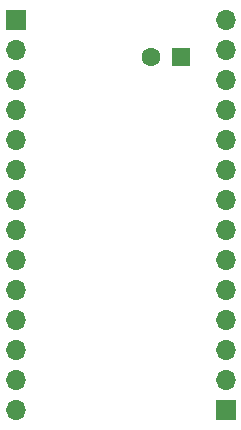
<source format=gbr>
%TF.GenerationSoftware,KiCad,Pcbnew,(5.1.7)-1*%
%TF.CreationDate,2022-07-07T01:38:01-03:00*%
%TF.ProjectId,RAMboard,52414d62-6f61-4726-942e-6b696361645f,rev?*%
%TF.SameCoordinates,Original*%
%TF.FileFunction,Soldermask,Bot*%
%TF.FilePolarity,Negative*%
%FSLAX46Y46*%
G04 Gerber Fmt 4.6, Leading zero omitted, Abs format (unit mm)*
G04 Created by KiCad (PCBNEW (5.1.7)-1) date 2022-07-07 01:38:01*
%MOMM*%
%LPD*%
G01*
G04 APERTURE LIST*
%ADD10O,1.700000X1.700000*%
%ADD11R,1.700000X1.700000*%
%ADD12C,1.600000*%
%ADD13R,1.600000X1.600000*%
G04 APERTURE END LIST*
D10*
%TO.C,J2*%
X45720000Y-25400000D03*
X45720000Y-27940000D03*
X45720000Y-30480000D03*
X45720000Y-33020000D03*
X45720000Y-35560000D03*
X45720000Y-38100000D03*
X45720000Y-40640000D03*
X45720000Y-43180000D03*
X45720000Y-45720000D03*
X45720000Y-48260000D03*
X45720000Y-50800000D03*
X45720000Y-53340000D03*
X45720000Y-55880000D03*
D11*
X45720000Y-58420000D03*
%TD*%
D10*
%TO.C,J1*%
X27940000Y-58420000D03*
X27940000Y-55880000D03*
X27940000Y-53340000D03*
X27940000Y-50800000D03*
X27940000Y-48260000D03*
X27940000Y-45720000D03*
X27940000Y-43180000D03*
X27940000Y-40640000D03*
X27940000Y-38100000D03*
X27940000Y-35560000D03*
X27940000Y-33020000D03*
X27940000Y-30480000D03*
X27940000Y-27940000D03*
D11*
X27940000Y-25400000D03*
%TD*%
D12*
%TO.C,C1*%
X39410000Y-28575000D03*
D13*
X41910000Y-28575000D03*
%TD*%
M02*

</source>
